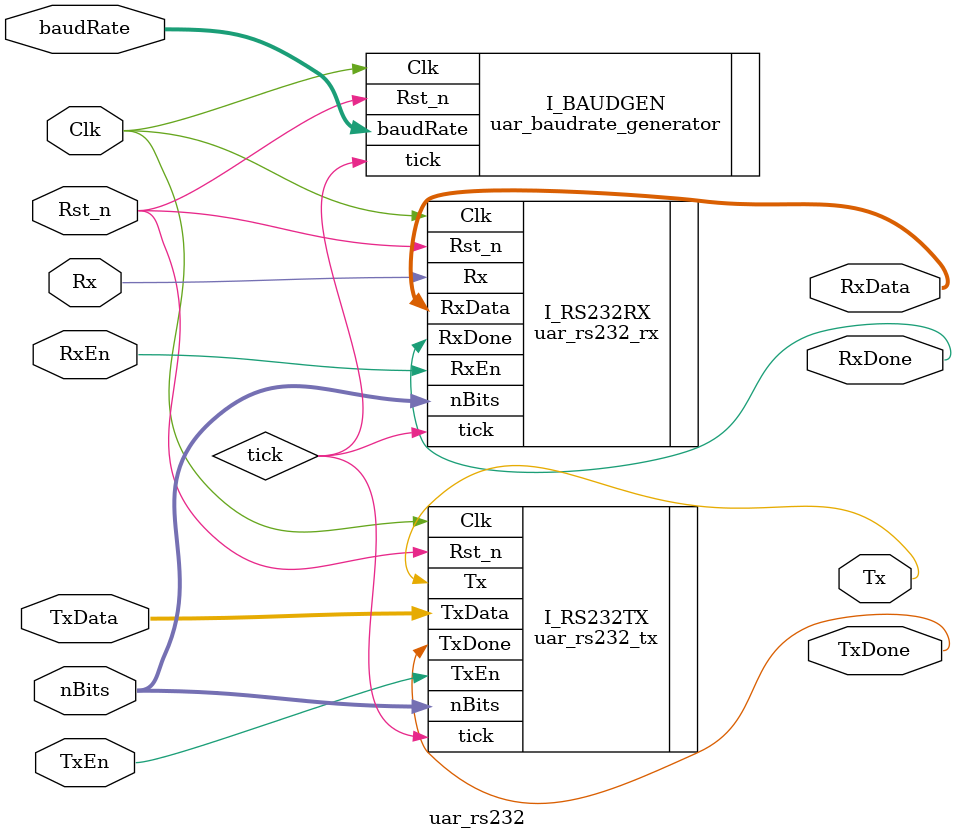
<source format=v>
`timescale 1ns/1ps
 
module uar_rs232(
    Clk                  ,
    Rst_n                ,
    RxEn                 ,
    RxData               ,
    RxDone               ,
    Rx                   ,
    TxEn                 ,
    TxData               ,
    TxDone               ,
    Tx                   ,
    nBits                ,
    baudRate
    );

input           Clk                 ; // Clock
input           Rst_n               ; // Reset

input           RxEn                ; // Enable rx operation. Active high.
output [ 7: 0]  RxData              ; // Received data
output          RxDone              ; // Reception completed. Data is valid.
input           Rx                  ; // RS232 RX line.
input           TxEn                ; // Enable Tx operation. Active high.
input [ 7: 0]   TxData              ; // Data to transmit.
output          TxDone              ; // Trnasmission completed. Data sent.
output          Tx                  ; // RS232 TX line.
input [3:0]     nBits               ;
input [15:0]    baudRate            ;
wire            tick                ; // Baud rate clock

uar_rs232_rx I_RS232RX(
    .Clk(Clk)             ,
    .Rst_n(Rst_n)         ,
    .RxEn(RxEn)           ,
    .RxData(RxData)       ,
    .RxDone(RxDone)       ,
    .Rx(Rx)               ,
    .tick(tick)           ,
    .nBits(nBits)
    );

uar_rs232_tx I_RS232TX(
    .Clk(Clk)             ,
    .Rst_n(Rst_n)         ,
    .TxEn(TxEn)           ,
    .TxData(TxData)       ,
    .TxDone(TxDone)       ,
    .Tx(Tx)               ,
    .tick(tick)           ,
    .nBits(nBits)
    );
    
uar_baudrate_generator I_BAUDGEN(
    .Clk(Clk)              ,
    .Rst_n(Rst_n)          ,
    .tick(tick)            ,
    .baudRate(baudRate)
    );

endmodule
</source>
